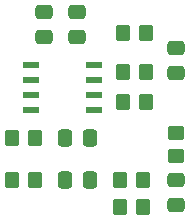
<source format=gbr>
%TF.GenerationSoftware,KiCad,Pcbnew,(6.0.7)*%
%TF.CreationDate,2023-03-18T19:29:26-05:00*%
%TF.ProjectId,CS4334Breakout,43533433-3334-4427-9265-616b6f75742e,rev?*%
%TF.SameCoordinates,Original*%
%TF.FileFunction,Paste,Top*%
%TF.FilePolarity,Positive*%
%FSLAX46Y46*%
G04 Gerber Fmt 4.6, Leading zero omitted, Abs format (unit mm)*
G04 Created by KiCad (PCBNEW (6.0.7)) date 2023-03-18 19:29:26*
%MOMM*%
%LPD*%
G01*
G04 APERTURE LIST*
G04 Aperture macros list*
%AMRoundRect*
0 Rectangle with rounded corners*
0 $1 Rounding radius*
0 $2 $3 $4 $5 $6 $7 $8 $9 X,Y pos of 4 corners*
0 Add a 4 corners polygon primitive as box body*
4,1,4,$2,$3,$4,$5,$6,$7,$8,$9,$2,$3,0*
0 Add four circle primitives for the rounded corners*
1,1,$1+$1,$2,$3*
1,1,$1+$1,$4,$5*
1,1,$1+$1,$6,$7*
1,1,$1+$1,$8,$9*
0 Add four rect primitives between the rounded corners*
20,1,$1+$1,$2,$3,$4,$5,0*
20,1,$1+$1,$4,$5,$6,$7,0*
20,1,$1+$1,$6,$7,$8,$9,0*
20,1,$1+$1,$8,$9,$2,$3,0*%
G04 Aperture macros list end*
%ADD10R,1.397000X0.558800*%
%ADD11RoundRect,0.250000X0.350000X0.450000X-0.350000X0.450000X-0.350000X-0.450000X0.350000X-0.450000X0*%
%ADD12RoundRect,0.250000X0.450000X-0.350000X0.450000X0.350000X-0.450000X0.350000X-0.450000X-0.350000X0*%
%ADD13RoundRect,0.250000X-0.350000X-0.450000X0.350000X-0.450000X0.350000X0.450000X-0.350000X0.450000X0*%
%ADD14RoundRect,0.250000X0.475000X-0.337500X0.475000X0.337500X-0.475000X0.337500X-0.475000X-0.337500X0*%
%ADD15RoundRect,0.250000X-0.475000X0.337500X-0.475000X-0.337500X0.475000X-0.337500X0.475000X0.337500X0*%
%ADD16RoundRect,0.250000X-0.337500X-0.475000X0.337500X-0.475000X0.337500X0.475000X-0.337500X0.475000X0*%
G04 APERTURE END LIST*
D10*
%TO.C,U1*%
X165976300Y-98933000D03*
X165976300Y-100203000D03*
X165976300Y-101473000D03*
X165976300Y-102743000D03*
X160667700Y-102743000D03*
X160667700Y-101473000D03*
X160667700Y-100203000D03*
X160667700Y-98933000D03*
%TD*%
D11*
%TO.C,R8*%
X168418000Y-96266000D03*
X170418000Y-96266000D03*
%TD*%
D12*
%TO.C,R7*%
X172974000Y-106664000D03*
X172974000Y-104664000D03*
%TD*%
D13*
%TO.C,R6*%
X168418000Y-99568000D03*
X170418000Y-99568000D03*
%TD*%
%TO.C,R5*%
X168164000Y-108712000D03*
X170164000Y-108712000D03*
%TD*%
%TO.C,R4*%
X168418000Y-102108000D03*
X170418000Y-102108000D03*
%TD*%
%TO.C,R3*%
X168164000Y-110998000D03*
X170164000Y-110998000D03*
%TD*%
D11*
%TO.C,R2*%
X161020000Y-105156000D03*
X159020000Y-105156000D03*
%TD*%
%TO.C,R1*%
X159020000Y-108712000D03*
X161020000Y-108712000D03*
%TD*%
D14*
%TO.C,C6*%
X164592000Y-96541500D03*
X164592000Y-94466500D03*
%TD*%
%TO.C,C5*%
X161798000Y-96541500D03*
X161798000Y-94466500D03*
%TD*%
%TO.C,C4*%
X172974000Y-99589500D03*
X172974000Y-97514500D03*
%TD*%
D15*
%TO.C,C3*%
X172974000Y-108712000D03*
X172974000Y-110787000D03*
%TD*%
D16*
%TO.C,C2*%
X163554500Y-105156000D03*
X165629500Y-105156000D03*
%TD*%
%TO.C,C1*%
X163554500Y-108712000D03*
X165629500Y-108712000D03*
%TD*%
M02*

</source>
